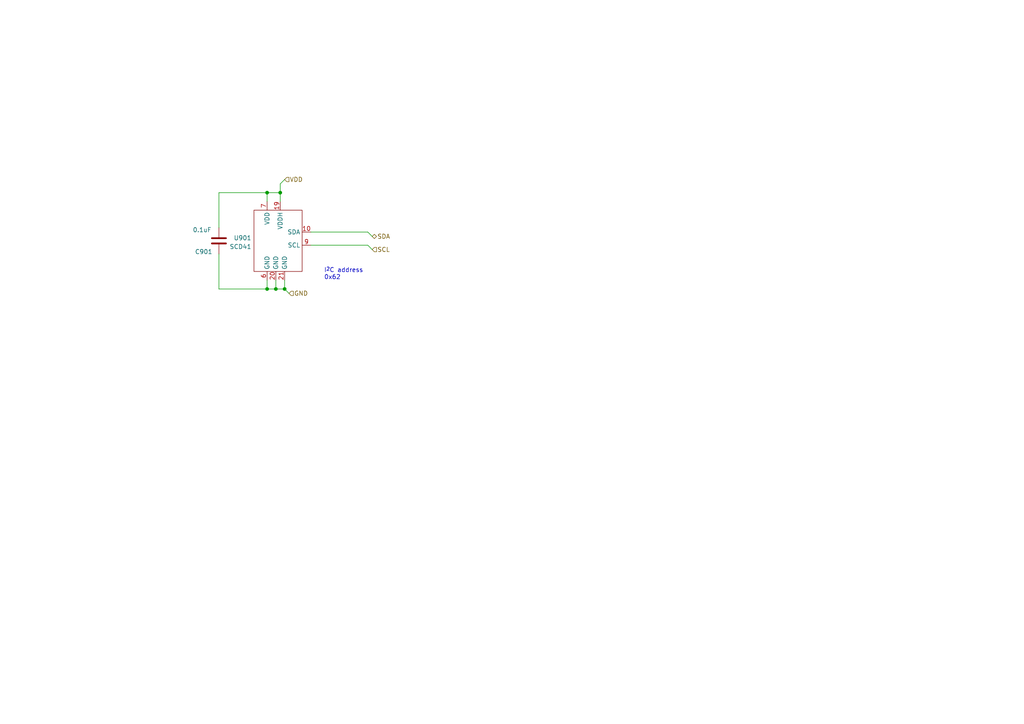
<source format=kicad_sch>
(kicad_sch (version 20211123) (generator eeschema)
  (paper "A4")
  (title_block (title "Power Unit - CanSat 2023") (date "2023-01-19") (rev "2022") (company "Project SkyFall") (comment 1 "David Haisman"))
  (lib_symbols
    (symbol "Device:C" (pin_numbers hide) (pin_names (offset 0.254))
      (property "Reference" "C" (at 0.635 2.54 0))
      (property "Value" "C" (at 0.635 -2.54 0))
      (symbol "C_0_1"
        (polyline (pts (xy -2.032 -0.762) (xy 2.032 -0.762)) (stroke (width 0.508)))
        (polyline (pts (xy -2.032 0.762) (xy 2.032 0.762)) (stroke (width 0.508)))
      )
      (symbol "C_1_1"
        (pin passive line (at 0 3.81 270) (length 2.794) (name "~") (number "1"))
        (pin passive line (at 0 -3.81 90) (length 2.794) (name "~") (number "2"))
      )
    )
    (symbol "Sensor_Gas:SCD41"
      (property "Reference" "U" (at -1.27 -3.81 0))
      (property "Value" "SCD41" (at 1.27 -6.35 0))
      (symbol "SCD41_0_1"
        (rectangle (start -3.81 3.81) (end 10.16 -13.97) (stroke (width 0.1524)))
      )
      (symbol "SCD41_1_1"
        (pin no_connect line (at -6.35 1.27 0) (length 2.54) hide (name "DNC") (number "1"))
        (pin bidirectional line (at 12.7 -2.54 180) (length 2.54) (name "SDA") (number "10"))
        (pin no_connect line (at 12.7 -12.7 180) (length 2.54) hide (name "DNC") (number "11"))
        (pin no_connect line (at 12.7 -11.43 180) (length 2.54) hide (name "DNC") (number "12"))
        (pin no_connect line (at 12.7 -10.16 180) (length 2.54) hide (name "DNC") (number "13"))
        (pin no_connect line (at 12.7 -8.89 180) (length 2.54) hide (name "DNC") (number "14"))
        (pin no_connect line (at 12.7 -7.62 180) (length 2.54) hide (name "DNC") (number "15"))
        (pin no_connect line (at 8.89 6.35 270) (length 2.54) hide (name "DNC") (number "16"))
        (pin no_connect line (at 7.62 6.35 270) (length 2.54) hide (name "DNC") (number "17"))
        (pin no_connect line (at 6.35 6.35 270) (length 2.54) hide (name "DNC") (number "18"))
        (pin power_in line (at 3.81 6.35 270) (length 2.54) (name "VDDH") (number "19"))
        (pin no_connect line (at -6.35 0 0) (length 2.54) hide (name "DNC") (number "2"))
        (pin power_out line (at 2.54 -16.51 90) (length 2.54) (name "GND") (number "20"))
        (pin power_out line (at 5.08 -16.51 90) (length 2.54) (name "GND") (number "21"))
        (pin no_connect line (at -6.35 -1.27 0) (length 2.54) hide (name "DNC") (number "3"))
        (pin no_connect line (at -6.35 -2.54 0) (length 2.54) hide (name "DNC") (number "4"))
        (pin no_connect line (at -6.35 -3.81 0) (length 2.54) hide (name "DNC") (number "5"))
        (pin power_out line (at 0 -16.51 90) (length 2.54) (name "GND") (number "6"))
        (pin power_in line (at 0 6.35 270) (length 2.54) (name "VDD") (number "7"))
        (pin no_connect line (at 7.62 -16.51 90) (length 2.54) hide (name "DNC") (number "8"))
        (pin input line (at 12.7 -6.35 180) (length 2.54) (name "SCL") (number "9"))
      )
    )
  )
  (junction (at 82.55 83.82))
  (junction (at 80.01 83.82))
  (junction (at 77.47 83.82))
  (junction (at 81.28 55.88))
  (junction (at 77.47 55.88))
  (wire (pts (xy 63.5 73.66) (xy 63.5 83.82)))
  (wire (pts (xy 82.55 83.82) (xy 83.82 85.09)))
  (wire (pts (xy 81.28 55.88) (xy 81.28 53.34)))
  (wire (pts (xy 90.17 71.12) (xy 106.68 71.12)))
  (wire (pts (xy 77.47 83.82) (xy 80.01 83.82)))
  (wire (pts (xy 63.5 55.88) (xy 77.47 55.88)))
  (wire (pts (xy 106.68 67.31) (xy 107.95 68.58)))
  (wire (pts (xy 77.47 81.28) (xy 77.47 83.82)))
  (wire (pts (xy 80.01 81.28) (xy 80.01 83.82)))
  (wire (pts (xy 90.17 67.31) (xy 106.68 67.31)))
  (wire (pts (xy 81.28 53.34) (xy 82.55 52.07)))
  (wire (pts (xy 80.01 83.82) (xy 82.55 83.82)))
  (wire (pts (xy 106.68 71.12) (xy 107.95 72.39)))
  (wire (pts (xy 81.28 55.88) (xy 77.47 55.88)))
  (wire (pts (xy 82.55 83.82) (xy 82.55 81.28)))
  (wire (pts (xy 63.5 83.82) (xy 77.47 83.82)))
  (wire (pts (xy 81.28 58.42) (xy 81.28 55.88)))
  (wire (pts (xy 77.47 58.42) (xy 77.47 55.88)))
  (wire (pts (xy 63.5 55.88) (xy 63.5 66.04)))
  (text "I^{2}C address\n0x62" (at 93.98 81.28 0) (effects (font (size 1.27 1.27)) (justify left bottom)))
  (hierarchical_label "VDD" (shape input) (at 82.55 52.07 0))
  (hierarchical_label "GND" (shape input) (at 83.82 85.09 0))
  (hierarchical_label "SCL" (shape input) (at 107.95 72.39 0))
  (hierarchical_label "SDA" (shape bidirectional) (at 107.95 68.58 0))
  (symbol (lib_id "Sensor_Gas:SCD41") (at 77.47 64.77 0) (unit 1)
    (property "Reference" "U901" (at 72.9488 69.0153 0) (effects (justify right)))
    (property "Value" "SCD41" (at 72.9488 71.5522 0) (effects (justify right)))
    (property "Footprint" "SamacSys_Parts2:XDCR_SCD41-D-R2" (effects hide))
  )
  (symbol (lib_id "Device:C") (at 63.5 69.85 0) (mirror y) (unit 1)
    (property "Reference" "C901" (at 56.515 73.025 0) (effects (justify right)))
    (property "Value" "0.1uF" (at 55.88 66.675 0) (effects (justify right)))
    (property "Footprint" "Capacitor_SMD:C_0805_2012Metric" (effects hide))
  )
)
</source>
